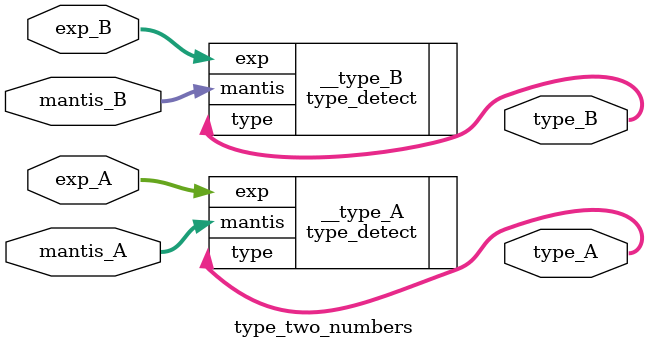
<source format=v>
module type_two_numbers
(
    exp_A, exp_B,
    mantis_A, mantis_B,
    type_A, type_B
);

input [7:0] exp_A, exp_B;
input [22:0] mantis_A, mantis_B;
output [2:0] type_A, type_B;

type_detect __type_A
(
    .type(type_A),
    .exp(exp_A),
    .mantis(mantis_A)
);

type_detect __type_B
(
    .type(type_B),
    .exp(exp_B),
    .mantis(mantis_B)
);

endmodule

</source>
